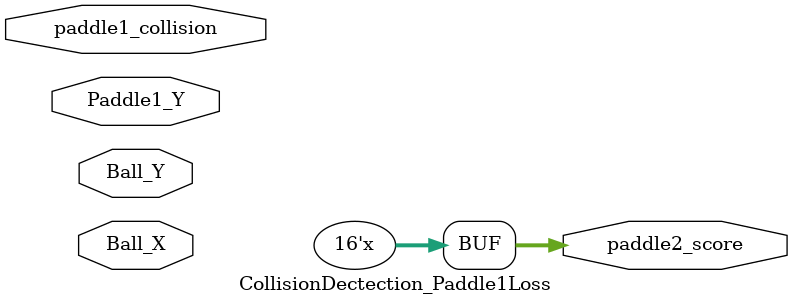
<source format=v>
module CollisionDectection_Paddle1Loss (
    input [15:0] Ball_X,
    input [15:0] Ball_Y,
    input [15:0] Paddle1_Y,
    input wire paddle1_collision, // Signal indicating ball collision with Paddle 1
    output reg [15:0] paddle2_score // Register to store Paddle 2 score
);

    // Parameters for screen resolution
    parameter SCREEN_HEIGHT = 480;

    // Parameters for paddle dimensions
    parameter PADDLE_HEIGHT = 80; 
    parameter MAX_SCORE = 9; // Maximum score

    always @(*) 
	 begin
        // Check if ball collision with Paddle 1 has failed
        if ((Ball_X >= 0) && (Ball_X < 20) &&((Ball_Y < Paddle1_Y) || (Ball_Y >= (Paddle1_Y + PADDLE_HEIGHT)))) 
            begin
            // Update Paddle 2 score, ensuring it does not exceed the maximum score
            if (paddle2_score < MAX_SCORE) 
				begin
                paddle2_score = paddle2_score + 1;
            end
        end
     end

endmodule
</source>
